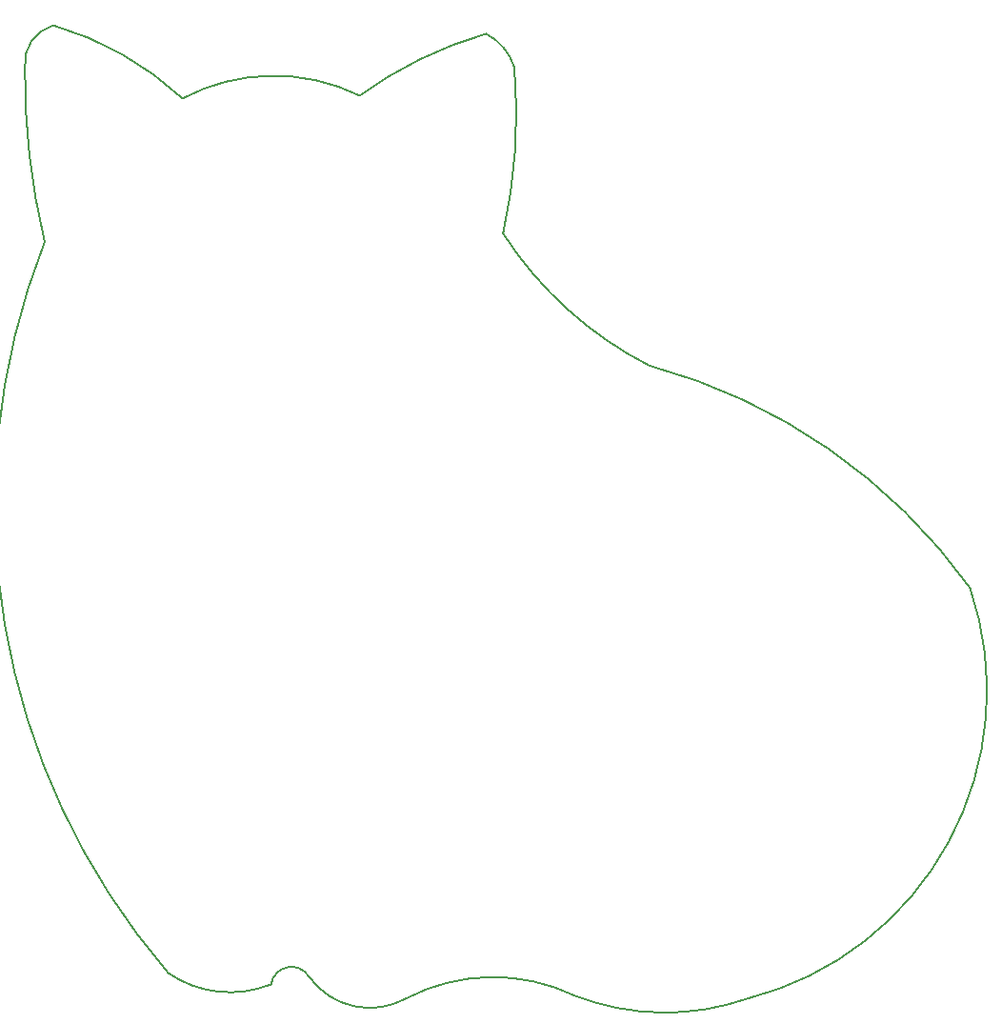
<source format=gbr>
%TF.GenerationSoftware,KiCad,Pcbnew,(6.0.9)*%
%TF.CreationDate,2022-12-22T23:35:39-05:00*%
%TF.ProjectId,Multipurpose_4Layer_Project,4d756c74-6970-4757-9270-6f73655f344c,rev?*%
%TF.SameCoordinates,Original*%
%TF.FileFunction,Legend,Bot*%
%TF.FilePolarity,Positive*%
%FSLAX46Y46*%
G04 Gerber Fmt 4.6, Leading zero omitted, Abs format (unit mm)*
G04 Created by KiCad (PCBNEW (6.0.9)) date 2022-12-22 23:35:39*
%MOMM*%
%LPD*%
G01*
G04 APERTURE LIST*
%ADD10C,0.200000*%
G04 APERTURE END LIST*
D10*
X109580022Y-51330070D02*
G75*
G03*
X107080001Y-55079998I975878J-3358930D01*
G01*
X119830010Y-135579984D02*
G75*
G03*
X128949206Y-136579998I5494890J8028984D01*
G01*
X155949215Y-137579975D02*
G75*
G03*
X171330001Y-137829998I8028285J20661275D01*
G01*
X149579987Y-69830007D02*
G75*
G03*
X162580001Y-81579998I28238013J18175607D01*
G01*
X132329998Y-135892914D02*
G75*
G03*
X140949206Y-137829998I5393202J3853014D01*
G01*
X171330001Y-137829997D02*
G75*
G03*
X191080000Y-101330000I-6980291J27370327D01*
G01*
X150579983Y-55080004D02*
G75*
G03*
X148080001Y-52079998I-4853983J-1503296D01*
G01*
X155949213Y-137579984D02*
G75*
G03*
X140949206Y-137829998I-7251013J-15063616D01*
G01*
X121079998Y-57830002D02*
G75*
G03*
X109580001Y-51329998I-19441498J-20973398D01*
G01*
X108829998Y-70579997D02*
G75*
G03*
X119830001Y-135579998I59374632J-23382753D01*
G01*
X149580001Y-69829998D02*
G75*
G03*
X150580001Y-55079998I-47564301J10633598D01*
G01*
X148080003Y-52080006D02*
G75*
G03*
X136830001Y-57579998I10081897J-34877794D01*
G01*
X136830000Y-57579999D02*
G75*
G03*
X121080001Y-57829998I-7629960J-15562561D01*
G01*
X191079999Y-101330000D02*
G75*
G03*
X162580001Y-81579998I-41944459J-30089150D01*
G01*
X107079994Y-55079998D02*
G75*
G03*
X108830001Y-70579998I63380506J-692902D01*
G01*
X132329969Y-135892932D02*
G75*
G03*
X128949206Y-136579998I-1562869J-970968D01*
G01*
M02*

</source>
